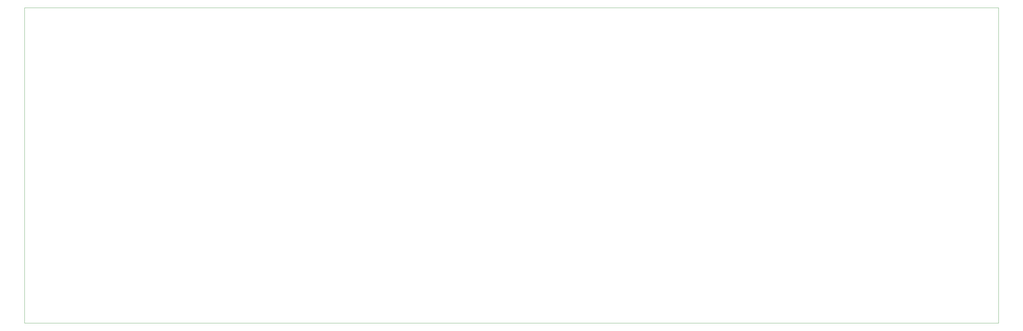
<source format=gbr>
%TF.GenerationSoftware,KiCad,Pcbnew,9.0.6*%
%TF.CreationDate,2025-12-29T18:01:22-05:00*%
%TF.ProjectId,keyboardepi pico,6b657962-6f61-4726-9465-706920706963,rev?*%
%TF.SameCoordinates,Original*%
%TF.FileFunction,Profile,NP*%
%FSLAX46Y46*%
G04 Gerber Fmt 4.6, Leading zero omitted, Abs format (unit mm)*
G04 Created by KiCad (PCBNEW 9.0.6) date 2025-12-29 18:01:22*
%MOMM*%
%LPD*%
G01*
G04 APERTURE LIST*
%TA.AperFunction,Profile*%
%ADD10C,0.050000*%
%TD*%
G04 APERTURE END LIST*
D10*
X2336800Y-8915400D02*
X302107600Y-8915400D01*
X302107600Y-105918000D01*
X2336800Y-105918000D01*
X2336800Y-8915400D01*
M02*

</source>
